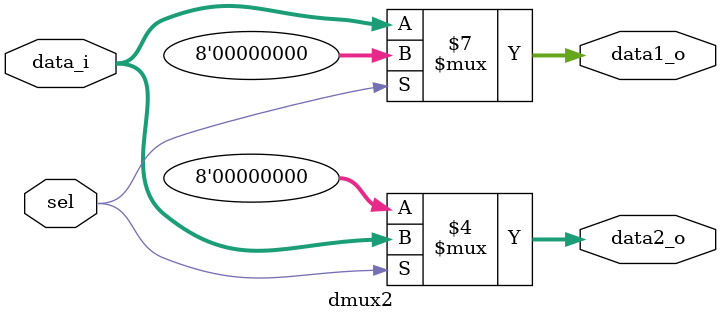
<source format=v>
module dmux2
(
    input   wire     [7:0]   data_i,
    input   wire             sel,
    
    output  reg      [7:0]   data1_o,
    output  reg      [7:0]   data2_o
);

always@(*) 
    if(sel == 0) begin
            data1_o <= data_i;
            data2_o <= 8'b0;
        end
    else    begin  
            data1_o <= 8'b0;
            data2_o <= data_i;
        end
 
endmodule 

</source>
